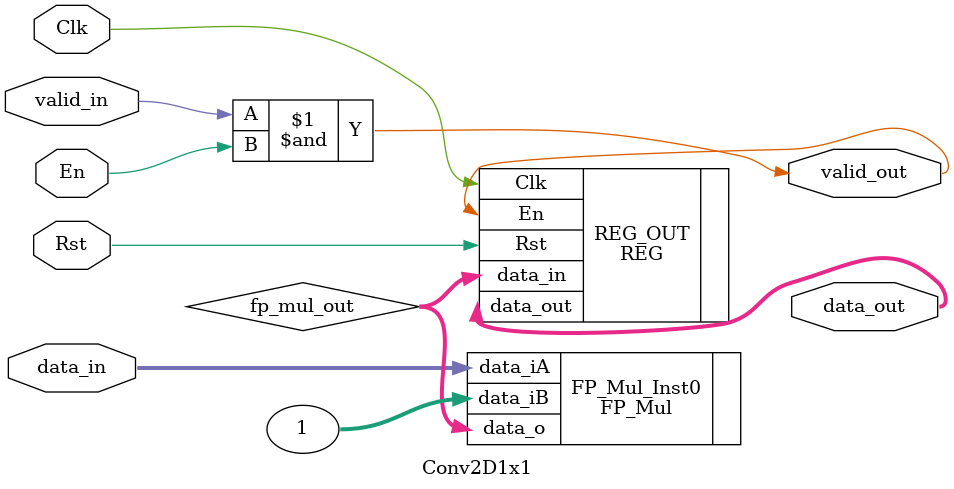
<source format=v>
module Conv2D1x1(data_in, data_out, Clk, Rst, En, valid_in, valid_out);
    parameter DATA_WIDTH = 32;
    parameter WEIGHT = 32'd1;

    input Clk, Rst, En, valid_in;
    input [DATA_WIDTH - 1:0] data_in;
    output valid_out;
    output [DATA_WIDTH - 1:0] data_out;

    wire [DATA_WIDTH - 1:0] fp_mul_out;

    assign valid_out = valid_in & En;

    FP_Mul FP_Mul_Inst0(
        .data_iA(data_in),
        .data_iB(WEIGHT),
        .data_o(fp_mul_out)
    );

    REG #(.DATA_WIDTH(DATA_WIDTH)) REG_OUT(
        .data_in(fp_mul_out),
        .data_out(data_out),
        .Clk(Clk),
        .En(valid_out),
        .Rst(Rst)
    );
endmodule
</source>
